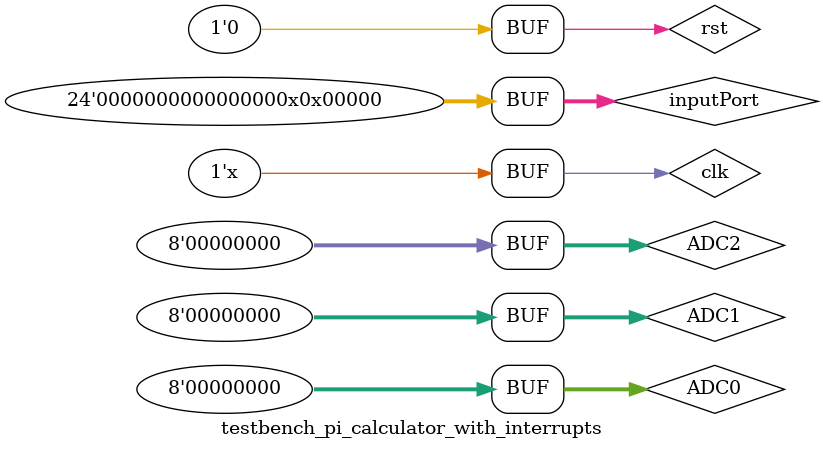
<source format=v>
`timescale 1ns / 1ps


module testbench_pi_calculator_with_interrupts(

    );
    
     parameter PROGRAM = 3;
    
    reg clk, rst;
    reg [23:0] inputPort;
    reg [7:0] ADC0, ADC1, ADC2;
    wire [23:0] outputPort;
    wire [3:0] outputPWM;
    
    RK2040 #(
        .PROGRAM    (PROGRAM)
    ) MODULE_UNDER_TEST (
        .clk        (clk),
        .rst        (rst),
        .inputPort  (inputPort),
        .ADC0       (ADC0),
        .ADC1       (ADC1),
        .ADC2       (ADC2),
        .outputPort (outputPort),
        .outputPWM  (outputPWM)
    );
    
    initial begin
        clk <= 0;
        rst <= 1;
        inputPort <= 0;
        ADC0 <= 0;
        ADC1 <= 0;
        ADC2 <= 0;
        #40 rst = 0;
        #250000 inputPort[5] = ~inputPort[5];
        #1000 inputPort[7] = ~inputPort[7];
        #250000 inputPort[5] = ~inputPort[5];  // TRIGGER INTERRUPT 5 AT ABOUT 501040 ns
        #1000 inputPort[7] = ~inputPort[7]; // TRIGGER INTERRRUPT 7 AT ABOUT 502040 ns
    end
    always #10 clk <= ~clk;
endmodule

</source>
